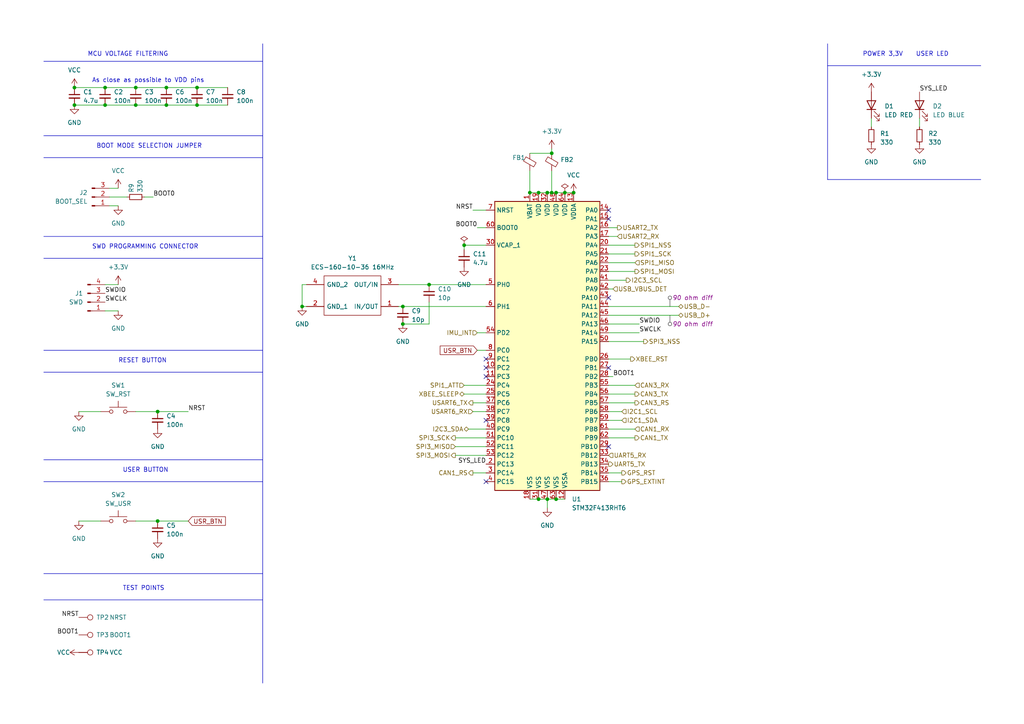
<source format=kicad_sch>
(kicad_sch (version 20230121) (generator eeschema)
  (paper "A4")
  (title_block (title "Telemetry RF module with CAN, GPS and IMU") (rev "1.0") (company "PUT Solar Dynamics") (comment 1 "Mateusz Czarnecki") (comment 2 "MCU"))
  (lib_symbols
    (symbol "Symbols_RF_module:C_Small" (pin_numbers hide) (pin_names (offset 0.254) hide)
      (property "Reference" "C" (at 0.254 1.778 0))
      (property "Value" "C_Small" (at 0.254 -2.032 0))
      (symbol "C_Small_0_1"
        (polyline (pts (xy -1.524 -0.508) (xy 1.524 -0.508)) (stroke (width 0.3302)))
        (polyline (pts (xy -1.524 0.508) (xy 1.524 0.508)) (stroke (width 0.3048)))
      )
      (symbol "C_Small_1_1"
        (pin passive line (at 0 2.54 270) (length 2.032) (name "~") (number "1"))
        (pin passive line (at 0 -2.54 90) (length 2.032) (name "~") (number "2"))
      )
    )
    (symbol "Symbols_RF_module:Conn_01x03_Male" (pin_names (offset 1.016) hide)
      (property "Reference" "J" (at 0 5.08 0))
      (property "Value" "Conn_01x03_Male" (at 0 -5.08 0))
      (symbol "Conn_01x03_Male_1_1"
        (polyline (pts (xy 1.27 -2.54) (xy 0.8636 -2.54)) (stroke (width 0.1524)))
        (polyline (pts (xy 1.27 0) (xy 0.8636 0)) (stroke (width 0.1524)))
        (polyline (pts (xy 1.27 2.54) (xy 0.8636 2.54)) (stroke (width 0.1524)))
        (rectangle (start 0.8636 -2.413) (end 0 -2.667) (stroke (width 0.1524)) (fill (type outline)))
        (rectangle (start 0.8636 0.127) (end 0 -0.127) (stroke (width 0.1524)) (fill (type outline)))
        (rectangle (start 0.8636 2.667) (end 0 2.413) (stroke (width 0.1524)) (fill (type outline)))
        (pin passive line (at 5.08 2.54 180) (length 3.81) (name "Pin_1") (number "1"))
        (pin passive line (at 5.08 0 180) (length 3.81) (name "Pin_2") (number "2"))
        (pin passive line (at 5.08 -2.54 180) (length 3.81) (name "Pin_3") (number "3"))
      )
    )
    (symbol "Symbols_RF_module:Conn_01x04_Male" (pin_names (offset 1.016) hide)
      (property "Reference" "J" (at 0 5.08 0))
      (property "Value" "Conn_01x04_Male" (at 0 -7.62 0))
      (symbol "Conn_01x04_Male_1_1"
        (polyline (pts (xy 1.27 -5.08) (xy 0.8636 -5.08)) (stroke (width 0.1524)))
        (polyline (pts (xy 1.27 -2.54) (xy 0.8636 -2.54)) (stroke (width 0.1524)))
        (polyline (pts (xy 1.27 0) (xy 0.8636 0)) (stroke (width 0.1524)))
        (polyline (pts (xy 1.27 2.54) (xy 0.8636 2.54)) (stroke (width 0.1524)))
        (rectangle (start 0.8636 -4.953) (end 0 -5.207) (stroke (width 0.1524)) (fill (type outline)))
        (rectangle (start 0.8636 -2.413) (end 0 -2.667) (stroke (width 0.1524)) (fill (type outline)))
        (rectangle (start 0.8636 0.127) (end 0 -0.127) (stroke (width 0.1524)) (fill (type outline)))
        (rectangle (start 0.8636 2.667) (end 0 2.413) (stroke (width 0.1524)) (fill (type outline)))
        (pin passive line (at 5.08 2.54 180) (length 3.81) (name "Pin_1") (number "1"))
        (pin passive line (at 5.08 0 180) (length 3.81) (name "Pin_2") (number "2"))
        (pin passive line (at 5.08 -2.54 180) (length 3.81) (name "Pin_3") (number "3"))
        (pin passive line (at 5.08 -5.08 180) (length 3.81) (name "Pin_4") (number "4"))
      )
    )
    (symbol "Symbols_RF_module:ECS-160-10-36-CKM-TR3" (pin_names (offset 0.762))
      (property "Reference" "Y1" (at 13.335 7.62 0))
      (property "Value" "ECS-160-10-36 16MHz" (at 13.335 5.08 0))
      (symbol "ECS-160-10-36-CKM-TR3_0_0"
        (pin passive line (at 26.67 -6.35 180) (length 5.08) (name "IN/OUT") (number "1"))
        (pin passive line (at 0 -6.35 0) (length 5.08) (name "GND_1") (number "2"))
        (pin passive line (at 26.67 0 180) (length 5.08) (name "OUT/IN") (number "3"))
        (pin passive line (at 0 0 0) (length 5.08) (name "GND_2") (number "4"))
      )
      (symbol "ECS-160-10-36-CKM-TR3_0_1"
        (polyline (pts (xy 5.08 2.54) (xy 21.59 2.54) (xy 21.59 -8.89) (xy 5.08 -8.89) (xy 5.08 2.54)) (stroke (width 0.1524)))
      )
    )
    (symbol "Symbols_RF_module:FerriteBead_Small" (pin_numbers hide) (pin_names (offset 0))
      (property "Reference" "FB" (at 1.905 1.27 0))
      (property "Value" "FerriteBead_Small" (at 1.905 -1.27 0))
      (symbol "FerriteBead_Small_0_1"
        (polyline (pts (xy 0 -1.27) (xy 0 -0.7874)))
        (polyline (pts (xy 0 0.889) (xy 0 1.2954)))
        (polyline (pts (xy -1.8288 0.2794) (xy -1.1176 1.4986) (xy 1.8288 -0.2032) (xy 1.1176 -1.4224) (xy -1.8288 0.2794)))
      )
      (symbol "FerriteBead_Small_1_1"
        (pin passive line (at 0 2.54 270) (length 1.27) (name "~") (number "1"))
        (pin passive line (at 0 -2.54 90) (length 1.27) (name "~") (number "2"))
      )
    )
    (symbol "Symbols_RF_module:LED" (pin_numbers hide) (pin_names (offset 1.016) hide)
      (property "Reference" "D" (at 0 2.54 0))
      (property "Value" "LED" (at 0 -2.54 0))
      (symbol "LED_0_1"
        (polyline (pts (xy -1.27 -1.27) (xy -1.27 1.27)) (stroke (width 0.254)))
        (polyline (pts (xy -1.27 0) (xy 1.27 0)))
        (polyline (pts (xy 1.27 -1.27) (xy 1.27 1.27) (xy -1.27 0) (xy 1.27 -1.27)) (stroke (width 0.254)))
        (polyline (pts (xy -3.048 -0.762) (xy -4.572 -2.286) (xy -3.81 -2.286) (xy -4.572 -2.286) (xy -4.572 -1.524)))
        (polyline (pts (xy -1.778 -0.762) (xy -3.302 -2.286) (xy -2.54 -2.286) (xy -3.302 -2.286) (xy -3.302 -1.524)))
      )
      (symbol "LED_1_1"
        (pin passive line (at -3.81 0 0) (length 2.54) (name "K") (number "1"))
        (pin passive line (at 3.81 0 180) (length 2.54) (name "A") (number "2"))
      )
    )
    (symbol "Symbols_RF_module:R_Small" (pin_numbers hide) (pin_names (offset 0.254) hide)
      (property "Reference" "R" (at 0.762 0.508 0))
      (property "Value" "R_Small" (at 0.762 -1.016 0))
      (symbol "R_Small_0_1"
        (rectangle (start -0.762 1.778) (end 0.762 -1.778) (stroke (width 0.2032)))
      )
      (symbol "R_Small_1_1"
        (pin passive line (at 0 2.54 270) (length 0.762) (name "~") (number "1"))
        (pin passive line (at 0 -2.54 90) (length 0.762) (name "~") (number "2"))
      )
    )
    (symbol "Symbols_RF_module:STM32F413RHTx"
      (property "Reference" "U1" (at 7.0994 -45.72 0))
      (property "Value" "STM32F413RHT6" (at 7.0994 -48.26 0))
      (symbol "STM32F413RHTx_0_1"
        (rectangle (start -15.24 -43.18) (end 15.24 40.64) (stroke (width 0.254)) (fill (type background)))
      )
      (symbol "STM32F413RHTx_1_1"
        (pin power_in line (at -5.08 43.18 270) (length 2.54) (name "VBAT") (number "1"))
        (pin bidirectional line (at -17.78 -7.62 0) (length 2.54) (name "PC2") (number "10"))
        (pin bidirectional line (at -17.78 -10.16 0) (length 2.54) (name "PC3") (number "11"))
        (pin power_in line (at 5.08 -45.72 90) (length 2.54) (name "VSSA") (number "12"))
        (pin power_in line (at 7.62 43.18 270) (length 2.54) (name "VDDA") (number "13"))
        (pin bidirectional line (at 17.78 38.1 180) (length 2.54) (name "PA0") (number "14"))
        (pin bidirectional line (at 17.78 35.56 180) (length 2.54) (name "PA1") (number "15"))
        (pin bidirectional line (at 17.78 33.02 180) (length 2.54) (name "PA2") (number "16"))
        (pin bidirectional line (at 17.78 30.48 180) (length 2.54) (name "PA3") (number "17"))
        (pin power_in line (at -5.08 -45.72 90) (length 2.54) (name "VSS") (number "18"))
        (pin power_in line (at -2.54 43.18 270) (length 2.54) (name "VDD") (number "19"))
        (pin bidirectional line (at -17.78 -35.56 0) (length 2.54) (name "PC13") (number "2"))
        (pin bidirectional line (at 17.78 27.94 180) (length 2.54) (name "PA4") (number "20"))
        (pin bidirectional line (at 17.78 25.4 180) (length 2.54) (name "PA5") (number "21"))
        (pin bidirectional line (at 17.78 22.86 180) (length 2.54) (name "PA6") (number "22"))
        (pin bidirectional line (at 17.78 20.32 180) (length 2.54) (name "PA7") (number "23"))
        (pin bidirectional line (at -17.78 -12.7 0) (length 2.54) (name "PC4") (number "24"))
        (pin bidirectional line (at -17.78 -15.24 0) (length 2.54) (name "PC5") (number "25"))
        (pin bidirectional line (at 17.78 -5.08 180) (length 2.54) (name "PB0") (number "26"))
        (pin bidirectional line (at 17.78 -7.62 180) (length 2.54) (name "PB1") (number "27"))
        (pin bidirectional line (at 17.78 -10.16 180) (length 2.54) (name "PB2") (number "28"))
        (pin bidirectional line (at 17.78 -30.48 180) (length 2.54) (name "PB10") (number "29"))
        (pin bidirectional line (at -17.78 -38.1 0) (length 2.54) (name "PC14") (number "3"))
        (pin passive line (at -17.78 27.94 0) (length 2.54) (name "VCAP_1") (number "30"))
        (pin power_in line (at -2.54 -45.72 90) (length 2.54) (name "VSS") (number "31"))
        (pin power_in line (at 0 43.18 270) (length 2.54) (name "VDD") (number "32"))
        (pin bidirectional line (at 17.78 -33.02 180) (length 2.54) (name "PB12") (number "33"))
        (pin bidirectional line (at 17.78 -35.56 180) (length 2.54) (name "PB13") (number "34"))
        (pin bidirectional line (at 17.78 -38.1 180) (length 2.54) (name "PB14") (number "35"))
        (pin bidirectional line (at 17.78 -40.64 180) (length 2.54) (name "PB15") (number "36"))
        (pin bidirectional line (at -17.78 -17.78 0) (length 2.54) (name "PC6") (number "37"))
        (pin bidirectional line (at -17.78 -20.32 0) (length 2.54) (name "PC7") (number "38"))
        (pin bidirectional line (at -17.78 -22.86 0) (length 2.54) (name "PC8") (number "39"))
        (pin bidirectional line (at -17.78 -40.64 0) (length 2.54) (name "PC15") (number "4"))
        (pin bidirectional line (at -17.78 -25.4 0) (length 2.54) (name "PC9") (number "40"))
        (pin bidirectional line (at 17.78 17.78 180) (length 2.54) (name "PA8") (number "41"))
        (pin bidirectional line (at 17.78 15.24 180) (length 2.54) (name "PA9") (number "42"))
        (pin bidirectional line (at 17.78 12.7 180) (length 2.54) (name "PA10") (number "43"))
        (pin bidirectional line (at 17.78 10.16 180) (length 2.54) (name "PA11") (number "44"))
        (pin bidirectional line (at 17.78 7.62 180) (length 2.54) (name "PA12") (number "45"))
        (pin bidirectional line (at 17.78 5.08 180) (length 2.54) (name "PA13") (number "46"))
        (pin power_in line (at 0 -45.72 90) (length 2.54) (name "VSS") (number "47"))
        (pin power_in line (at 2.54 43.18 270) (length 2.54) (name "VDD") (number "48"))
        (pin bidirectional line (at 17.78 2.54 180) (length 2.54) (name "PA14") (number "49"))
        (pin input line (at -17.78 16.51 0) (length 2.54) (name "PH0") (number "5"))
        (pin bidirectional line (at 17.78 0 180) (length 2.54) (name "PA15") (number "50"))
        (pin bidirectional line (at -17.78 -27.94 0) (length 2.54) (name "PC10") (number "51"))
        (pin bidirectional line (at -17.78 -30.48 0) (length 2.54) (name "PC11") (number "52"))
        (pin bidirectional line (at -17.78 -33.02 0) (length 2.54) (name "PC12") (number "53"))
        (pin bidirectional line (at -17.78 2.54 0) (length 2.54) (name "PD2") (number "54"))
        (pin bidirectional line (at 17.78 -12.7 180) (length 2.54) (name "PB3") (number "55"))
        (pin bidirectional line (at 17.78 -15.24 180) (length 2.54) (name "PB4") (number "56"))
        (pin bidirectional line (at 17.78 -17.78 180) (length 2.54) (name "PB5") (number "57"))
        (pin bidirectional line (at 17.78 -20.32 180) (length 2.54) (name "PB6") (number "58"))
        (pin bidirectional line (at 17.78 -22.86 180) (length 2.54) (name "PB7") (number "59"))
        (pin input line (at -17.78 10.16 0) (length 2.54) (name "PH1") (number "6"))
        (pin input line (at -17.78 33.02 0) (length 2.54) (name "BOOT0") (number "60"))
        (pin bidirectional line (at 17.78 -25.4 180) (length 2.54) (name "PB8") (number "61"))
        (pin bidirectional line (at 17.78 -27.94 180) (length 2.54) (name "PB9") (number "62"))
        (pin power_in line (at 2.54 -45.72 90) (length 2.54) (name "VSS") (number "63"))
        (pin power_in line (at 5.08 43.18 270) (length 2.54) (name "VDD") (number "64"))
        (pin input line (at -17.78 38.1 0) (length 2.54) (name "NRST") (number "7"))
        (pin bidirectional line (at -17.78 -2.54 0) (length 2.54) (name "PC0") (number "8"))
        (pin bidirectional line (at -17.78 -5.08 0) (length 2.54) (name "PC1") (number "9"))
      )
    )
    (symbol "Symbols_RF_module:SW_Push" (pin_numbers hide) (pin_names (offset 1.016) hide)
      (property "Reference" "SW" (at 1.27 2.54 0))
      (property "Value" "SW_Push" (at 0 -1.524 0))
      (symbol "SW_Push_0_1"
        (circle (center -2.032 0) (radius 0.508))
        (polyline (pts (xy 0 1.27) (xy 0 3.048)))
        (polyline (pts (xy 2.54 1.27) (xy -2.54 1.27)))
        (circle (center 2.032 0) (radius 0.508))
        (pin passive line (at -5.08 0 0) (length 2.54) (name "1") (number "1"))
        (pin passive line (at 5.08 0 180) (length 2.54) (name "2") (number "2"))
      )
    )
    (symbol "Symbols_RF_module:TestPoint" (pin_numbers hide) (pin_names (offset 0.762) hide)
      (property "Reference" "TP" (at 0 6.858 0))
      (property "Value" "TestPoint" (at 0 5.08 0))
      (symbol "TestPoint_0_1"
        (circle (center 0 3.302) (radius 0.762))
      )
      (symbol "TestPoint_1_1"
        (pin passive line (at 0 0 90) (length 2.54) (name "1") (number "1"))
      )
    )
    (symbol "power:+3.3V" (power) (pin_names (offset 0))
      (property "Value" "+3.3V" (at 0 3.556 0))
      (symbol "+3.3V_0_1"
        (polyline (pts (xy -0.762 1.27) (xy 0 2.54)))
        (polyline (pts (xy 0 0) (xy 0 2.54)))
        (polyline (pts (xy 0 2.54) (xy 0.762 1.27)))
      )
      (symbol "+3.3V_1_1"
        (pin power_in line (at 0 0 90) (length 0) hide (name "+3.3V") (number "1"))
      )
    )
    (symbol "power:GND" (power) (pin_names (offset 0))
      (property "Value" "GND" (at 0 -3.81 0))
      (symbol "GND_0_1"
        (polyline (pts (xy 0 0) (xy 0 -1.27) (xy 1.27 -1.27) (xy 0 -2.54) (xy -1.27 -1.27) (xy 0 -1.27)))
      )
      (symbol "GND_1_1"
        (pin power_in line (at 0 0 270) (length 0) hide (name "GND") (number "1"))
      )
    )
    (symbol "power:PWR_FLAG" (power) (pin_numbers hide) (pin_names (offset 0) hide)
      (property "Value" "PWR_FLAG" (at 0 3.81 0))
      (symbol "PWR_FLAG_0_0"
        (pin power_out line (at 0 0 90) (length 0) (name "pwr") (number "1"))
      )
      (symbol "PWR_FLAG_0_1"
        (polyline (pts (xy 0 0) (xy 0 1.27) (xy -1.016 1.905) (xy 0 2.54) (xy 1.016 1.905) (xy 0 1.27)))
      )
    )
    (symbol "power:VCC" (power) (pin_names (offset 0))
      (property "Value" "VCC" (at 0 3.81 0))
      (symbol "VCC_0_1"
        (polyline (pts (xy -0.762 1.27) (xy 0 2.54)))
        (polyline (pts (xy 0 0) (xy 0 2.54)))
        (polyline (pts (xy 0 2.54) (xy 0.762 1.27)))
      )
      (symbol "VCC_1_1"
        (pin power_in line (at 0 0 90) (length 0) hide (name "VCC") (number "1"))
      )
    )
  )
  (junction (at 116.84 88.9))
  (junction (at 45.72 119.38))
  (junction (at 21.59 30.48))
  (junction (at 87.63 88.9))
  (junction (at 160.02 55.88))
  (junction (at 57.15 25.4))
  (junction (at 57.15 30.48))
  (junction (at 161.29 144.78))
  (junction (at 134.62 71.12))
  (junction (at 158.75 55.88))
  (junction (at 163.83 55.88))
  (junction (at 30.48 30.48))
  (junction (at 48.26 25.4))
  (junction (at 124.46 82.55))
  (junction (at 156.21 144.78))
  (junction (at 39.37 30.48))
  (junction (at 45.72 151.13))
  (junction (at 116.84 93.98))
  (junction (at 156.21 55.88))
  (junction (at 166.37 55.88))
  (junction (at 48.26 30.48))
  (junction (at 160.02 44.45))
  (junction (at 158.75 144.78))
  (junction (at 30.48 25.4))
  (junction (at 39.37 25.4))
  (junction (at 21.59 25.4))
  (junction (at 161.29 55.88))
  (junction (at 153.67 55.88))
  (no_connect (at 176.53 63.5))
  (no_connect (at 140.97 139.7))
  (no_connect (at 140.97 104.14))
  (no_connect (at 176.53 86.36))
  (no_connect (at 140.97 121.92))
  (no_connect (at 140.97 106.68))
  (no_connect (at 140.97 109.22))
  (no_connect (at 176.53 60.96))
  (no_connect (at 176.53 129.54))
  (no_connect (at 176.53 106.68))
  (wire (pts (xy 39.37 119.38) (xy 45.72 119.38)))
  (wire (pts (xy 184.15 116.84) (xy 176.53 116.84)))
  (wire (pts (xy 132.08 129.54) (xy 140.97 129.54)))
  (wire (pts (xy 156.21 144.78) (xy 158.75 144.78)))
  (wire (pts (xy 48.26 30.48) (xy 57.15 30.48)))
  (wire (pts (xy 137.16 137.16) (xy 140.97 137.16)))
  (polyline (pts (xy 12.7 133.35) (xy 76.2 133.35)))
  (wire (pts (xy 115.57 82.55) (xy 124.46 82.55)))
  (polyline (pts (xy 240.03 19.05) (xy 284.48 19.05)))
  (wire (pts (xy 158.75 144.78) (xy 158.75 147.32)))
  (wire (pts (xy 180.34 121.92) (xy 176.53 121.92)))
  (wire (pts (xy 134.62 114.3) (xy 140.97 114.3)))
  (wire (pts (xy 124.46 87.63) (xy 124.46 93.98)))
  (polyline (pts (xy 12.7 107.95) (xy 76.2 107.95)))
  (wire (pts (xy 137.16 119.38) (xy 140.97 119.38)))
  (polyline (pts (xy 12.7 166.37) (xy 76.2 166.37)))
  (wire (pts (xy 134.62 72.39) (xy 134.62 71.12)))
  (polyline (pts (xy 76.2 173.99) (xy 76.2 166.37)))
  (polyline (pts (xy 284.48 52.07) (xy 240.03 52.07)))
  (polyline (pts (xy 76.2 139.7) (xy 76.2 133.35)))
  (wire (pts (xy 116.84 88.9) (xy 140.97 88.9)))
  (wire (pts (xy 153.67 55.88) (xy 156.21 55.88)))
  (wire (pts (xy 21.59 25.4) (xy 30.48 25.4)))
  (wire (pts (xy 196.85 91.44) (xy 176.53 91.44)))
  (wire (pts (xy 135.89 124.46) (xy 140.97 124.46)))
  (polyline (pts (xy 12.7 39.37) (xy 76.2 39.37)))
  (wire (pts (xy 48.26 25.4) (xy 57.15 25.4)))
  (wire (pts (xy 31.75 54.61) (xy 34.29 54.61)))
  (wire (pts (xy 57.15 25.4) (xy 66.04 25.4)))
  (wire (pts (xy 21.59 30.48) (xy 30.48 30.48)))
  (wire (pts (xy 45.72 119.38) (xy 54.61 119.38)))
  (wire (pts (xy 124.46 82.55) (xy 140.97 82.55)))
  (wire (pts (xy 158.75 55.88) (xy 160.02 55.88)))
  (wire (pts (xy 132.08 132.08) (xy 140.97 132.08)))
  (wire (pts (xy 180.34 119.38) (xy 176.53 119.38)))
  (wire (pts (xy 185.42 93.98) (xy 176.53 93.98)))
  (wire (pts (xy 186.69 99.06) (xy 176.53 99.06)))
  (wire (pts (xy 22.86 119.38) (xy 29.21 119.38)))
  (wire (pts (xy 30.48 25.4) (xy 39.37 25.4)))
  (wire (pts (xy 161.29 55.88) (xy 163.83 55.88)))
  (wire (pts (xy 176.53 88.9) (xy 196.85 88.9)))
  (wire (pts (xy 39.37 25.4) (xy 48.26 25.4)))
  (wire (pts (xy 266.7 34.29) (xy 266.7 36.83)))
  (wire (pts (xy 30.48 30.48) (xy 39.37 30.48)))
  (wire (pts (xy 184.15 78.74) (xy 176.53 78.74)))
  (wire (pts (xy 153.67 49.53) (xy 153.67 55.88)))
  (wire (pts (xy 88.9 82.55) (xy 87.63 82.55)))
  (wire (pts (xy 177.8 83.82) (xy 176.53 83.82)))
  (wire (pts (xy 115.57 88.9) (xy 116.84 88.9)))
  (wire (pts (xy 184.15 76.2) (xy 176.53 76.2)))
  (wire (pts (xy 137.16 60.96) (xy 140.97 60.96)))
  (wire (pts (xy 57.15 30.48) (xy 66.04 30.48)))
  (polyline (pts (xy 76.2 166.37) (xy 76.2 139.7)))
  (wire (pts (xy 180.34 139.7) (xy 176.53 139.7)))
  (wire (pts (xy 184.15 71.12) (xy 176.53 71.12)))
  (wire (pts (xy 160.02 43.18) (xy 160.02 44.45)))
  (wire (pts (xy 158.75 144.78) (xy 161.29 144.78)))
  (wire (pts (xy 30.48 82.55) (xy 34.29 82.55)))
  (wire (pts (xy 134.62 111.76) (xy 140.97 111.76)))
  (wire (pts (xy 41.91 57.15) (xy 44.45 57.15)))
  (wire (pts (xy 22.86 151.13) (xy 29.21 151.13)))
  (polyline (pts (xy 12.7 101.6) (xy 76.2 101.6)))
  (polyline (pts (xy 240.03 12.7) (xy 240.03 52.07)))
  (polyline (pts (xy 76.2 68.58) (xy 76.2 101.6)))
  (wire (pts (xy 124.46 93.98) (xy 116.84 93.98)))
  (polyline (pts (xy 12.7 68.58) (xy 76.2 68.58)))
  (wire (pts (xy 184.15 124.46) (xy 176.53 124.46)))
  (polyline (pts (xy 76.2 173.99) (xy 76.2 198.12)))
  (wire (pts (xy 160.02 49.53) (xy 160.02 55.88)))
  (wire (pts (xy 184.15 111.76) (xy 176.53 111.76)))
  (wire (pts (xy 45.72 151.13) (xy 54.61 151.13)))
  (wire (pts (xy 184.15 73.66) (xy 176.53 73.66)))
  (wire (pts (xy 39.37 151.13) (xy 45.72 151.13)))
  (wire (pts (xy 160.02 55.88) (xy 161.29 55.88)))
  (wire (pts (xy 252.73 34.29) (xy 252.73 36.83)))
  (polyline (pts (xy 76.2 107.95) (xy 76.2 101.6)))
  (wire (pts (xy 184.15 114.3) (xy 176.53 114.3)))
  (wire (pts (xy 138.43 101.6) (xy 140.97 101.6)))
  (wire (pts (xy 87.63 82.55) (xy 87.63 88.9)))
  (polyline (pts (xy 12.7 139.7) (xy 76.2 139.7)))
  (wire (pts (xy 138.43 66.04) (xy 140.97 66.04)))
  (wire (pts (xy 176.53 109.22) (xy 177.8 109.22)))
  (wire (pts (xy 31.75 59.69) (xy 34.29 59.69)))
  (wire (pts (xy 137.16 116.84) (xy 140.97 116.84)))
  (polyline (pts (xy 12.7 173.99) (xy 76.2 173.99)))
  (wire (pts (xy 30.48 90.17) (xy 34.29 90.17)))
  (wire (pts (xy 153.67 44.45) (xy 160.02 44.45)))
  (wire (pts (xy 185.42 96.52) (xy 176.53 96.52)))
  (wire (pts (xy 179.07 68.58) (xy 176.53 68.58)))
  (polyline (pts (xy 12.7 45.72) (xy 76.2 45.72)))
  (wire (pts (xy 39.37 30.48) (xy 48.26 30.48)))
  (wire (pts (xy 153.67 144.78) (xy 156.21 144.78)))
  (wire (pts (xy 180.34 137.16) (xy 176.53 137.16)))
  (wire (pts (xy 132.08 127) (xy 140.97 127)))
  (wire (pts (xy 181.61 81.28) (xy 176.53 81.28)))
  (polyline (pts (xy 76.2 12.7) (xy 76.2 39.37)))
  (wire (pts (xy 182.88 104.14) (xy 176.53 104.14)))
  (wire (pts (xy 138.43 96.52) (xy 140.97 96.52)))
  (wire (pts (xy 88.9 88.9) (xy 87.63 88.9)))
  (wire (pts (xy 163.83 55.88) (xy 166.37 55.88)))
  (polyline (pts (xy 76.2 133.35) (xy 76.2 107.95)))
  (polyline (pts (xy 76.2 39.37) (xy 76.2 68.58)))
  (wire (pts (xy 184.15 127) (xy 176.53 127)))
  (wire (pts (xy 31.75 57.15) (xy 36.83 57.15)))
  (wire (pts (xy 161.29 144.78) (xy 163.83 144.78)))
  (wire (pts (xy 134.62 71.12) (xy 140.97 71.12)))
  (polyline (pts (xy 12.7 74.93) (xy 76.2 74.93)))
  (wire (pts (xy 156.21 55.88) (xy 158.75 55.88)))
  (wire (pts (xy 179.07 66.04) (xy 176.53 66.04)))
  (polyline (pts (xy 12.7 17.78) (xy 76.2 17.78)))
  (text "POWER 3,3V    USER LED" (at 250.19 16.51 0) (effects (font (size 1.27 1.27)) (justify left bottom)))
  (text "MCU VOLTAGE FILTERING" (at 25.4 16.51 0) (effects (font (size 1.27 1.27)) (justify left bottom)))
  (text "As close as possible to VDD pins" (at 26.67 24.13 0) (effects (font (size 1.27 1.27)) (justify left bottom)))
  (text "TEST POINTS\n" (at 35.56 171.45 0) (effects (font (size 1.27 1.27)) (justify left bottom)))
  (text "SWD PROGRAMMING CONNECTOR" (at 26.67 72.39 0) (effects (font (size 1.27 1.27)) (justify left bottom)))
  (text "BOOT MODE SELECTION JUMPER" (at 27.94 43.18 0) (effects (font (size 1.27 1.27)) (justify left bottom)))
  (text "RESET BUTTON\n" (at 34.29 105.41 0) (effects (font (size 1.27 1.27)) (justify left bottom)))
  (text "USER BUTTON\n" (at 35.56 137.16 0) (effects (font (size 1.27 1.27)) (justify left bottom)))
  (label "SYS_LED" (at 140.97 134.62 180))
  (label "BOOT1" (at 177.8 109.22 0))
  (label "SYS_LED" (at 266.7 26.67 0))
  (label "NRST" (at 137.16 60.96 180))
  (label "BOOT0" (at 138.43 66.04 180))
  (label "SWCLK" (at 30.48 87.63 0))
  (label "SWDIO" (at 185.42 93.98 0))
  (label "SWCLK" (at 185.42 96.52 0))
  (label "BOOT0" (at 44.45 57.15 0))
  (label "NRST" (at 22.86 179.07 180))
  (label "BOOT1" (at 22.86 184.15 180))
  (label "SWDIO" (at 30.48 85.09 0))
  (label "NRST" (at 54.61 119.38 0))
  (global_label "USR_BTN" (shape input) (at 138.43 101.6 180) (property "Intersheetrefs" "${INTERSHEET_REFS}" (effects hide)))
  (global_label "USR_BTN" (shape input) (at 54.61 151.13 0) (property "Intersheetrefs" "${INTERSHEET_REFS}" (effects hide)))
  (hierarchical_label "SPI3_MISO" (shape input) (at 132.08 129.54 180))
  (hierarchical_label "USART6_RX" (shape input) (at 137.16 119.38 180))
  (hierarchical_label "I2C3_SDA" (shape bidirectional) (at 135.89 124.46 180))
  (hierarchical_label "USART2_TX" (shape output) (at 179.07 66.04 0))
  (hierarchical_label "CAN1_TX" (shape output) (at 184.15 127 0))
  (hierarchical_label "SPI3_NSS" (shape output) (at 186.69 99.06 0))
  (hierarchical_label "GPS_RST" (shape output) (at 180.34 137.16 0))
  (hierarchical_label "SPI1_MISO" (shape input) (at 184.15 76.2 0))
  (hierarchical_label "GPS_EXTINT" (shape output) (at 180.34 139.7 0))
  (hierarchical_label "XBEE_SLEEP" (shape bidirectional) (at 134.62 114.3 180))
  (hierarchical_label "SPI3_MOSI" (shape output) (at 132.08 132.08 180))
  (hierarchical_label "USB_D+" (shape bidirectional) (at 196.85 91.44 0))
  (hierarchical_label "I2C1_SCL" (shape input) (at 180.34 119.38 0))
  (hierarchical_label "CAN3_TX" (shape output) (at 184.15 114.3 0))
  (hierarchical_label "I2C1_SDA" (shape input) (at 180.34 121.92 0))
  (hierarchical_label "UART5_RX" (shape input) (at 176.53 132.08 0))
  (hierarchical_label "I2C3_SCL" (shape output) (at 181.61 81.28 0))
  (hierarchical_label "SPI1_ATT" (shape input) (at 134.62 111.76 180))
  (hierarchical_label "USART6_TX" (shape output) (at 137.16 116.84 180))
  (hierarchical_label "SPI3_SCK" (shape output) (at 132.08 127 180))
  (hierarchical_label "CAN3_RX" (shape input) (at 184.15 111.76 0))
  (hierarchical_label "CAN1_RS" (shape output) (at 137.16 137.16 180))
  (hierarchical_label "CAN1_RX" (shape input) (at 184.15 124.46 0))
  (hierarchical_label "USB_VBUS_DET" (shape input) (at 177.8 83.82 0))
  (hierarchical_label "IMU_INT" (shape input) (at 138.43 96.52 180))
  (hierarchical_label "SPI1_MOSI" (shape output) (at 184.15 78.74 0))
  (hierarchical_label "CAN3_RS" (shape output) (at 184.15 116.84 0))
  (hierarchical_label "USART2_RX" (shape input) (at 179.07 68.58 0))
  (hierarchical_label "UART5_TX" (shape output) (at 176.53 134.62 0))
  (hierarchical_label "XBEE_RST" (shape output) (at 182.88 104.14 0))
  (hierarchical_label "USB_D-" (shape bidirectional) (at 196.85 88.9 0))
  (hierarchical_label "SPI1_NSS" (shape output) (at 184.15 71.12 0))
  (hierarchical_label "SPI1_SCK" (shape output) (at 184.15 73.66 0))
  (netclass_flag "" (length 2.54) (shape round) (at 194.31 88.9 0) (property "Netclass" "90 ohm diff" (at 195.0085 86.36 0) (effects (font italic) (justify left))))
  (netclass_flag "" (length 2.54) (shape round) (at 194.31 91.44 180) (property "Netclass" "90 ohm diff" (at 195.0085 93.98 0) (effects (font italic) (justify left))))
  (symbol (lib_id "power:GND") (at 22.86 151.13 0) (unit 1)
    (property "Reference" "#PWR028" (effects hide))
    (property "Value" "GND" (at 22.86 156.21 0))
  )
  (symbol (lib_id "power:VCC") (at 21.59 25.4 0) (unit 1)
    (property "Reference" "#PWR025" (effects hide))
    (property "Value" "VCC" (at 21.59 20.32 0))
  )
  (symbol (lib_id "Symbols_RF_module:C_Small") (at 116.84 91.44 0) (unit 1)
    (property "Reference" "C9" (at 119.38 90.1762 0) (effects (justify left)))
    (property "Value" "10p" (at 119.38 92.7162 0) (effects (justify left)))
    (property "Footprint" "Capacitor_SMD:C_0603_1608Metric_Pad1.08x0.95mm_HandSolder" (effects hide))
  )
  (symbol (lib_id "power:VCC") (at 34.29 54.61 0) (unit 1)
    (property "Reference" "#PWR030" (effects hide))
    (property "Value" "VCC" (at 34.29 49.53 0))
  )
  (symbol (lib_id "power:+3.3V") (at 160.02 43.18 0) (unit 1)
    (property "Reference" "#PWR040" (effects hide))
    (property "Value" "+3.3V" (at 160.02 38.1 0))
  )
  (symbol (lib_id "power:VCC") (at 22.86 189.23 90) (unit 1)
    (property "Reference" "#PWR029" (effects hide))
    (property "Value" "VCC" (at 16.51 189.23 90) (effects (justify right)))
  )
  (symbol (lib_id "Symbols_RF_module:Conn_01x04_Male") (at 25.4 87.63 0) (mirror x) (unit 1)
    (property "Reference" "J1" (at 24.13 85.0899 0) (effects (justify right)))
    (property "Value" "SWD" (at 24.13 87.6299 0) (effects (justify right)))
    (property "Footprint" "Connector_PinHeader_2.54mm:PinHeader_1x04_P2.54mm_Vertical" (effects hide))
  )
  (symbol (lib_id "power:GND") (at 45.72 156.21 0) (unit 1)
    (property "Reference" "#PWR035" (effects hide))
    (property "Value" "GND" (at 45.72 161.29 0))
  )
  (symbol (lib_id "power:GND") (at 116.84 93.98 0) (unit 1)
    (property "Reference" "#PWR037" (effects hide))
    (property "Value" "GND" (at 116.84 99.06 0))
  )
  (symbol (lib_id "Symbols_RF_module:C_Small") (at 57.15 27.94 0) (unit 1)
    (property "Reference" "C7" (at 59.69 26.6762 0) (effects (justify left)))
    (property "Value" "100n" (at 59.69 29.2162 0) (effects (justify left)))
    (property "Footprint" "Capacitor_SMD:C_0603_1608Metric_Pad1.08x0.95mm_HandSolder" (effects hide))
  )
  (symbol (lib_id "Symbols_RF_module:C_Small") (at 48.26 27.94 0) (unit 1)
    (property "Reference" "C6" (at 50.8 26.6762 0) (effects (justify left)))
    (property "Value" "100n" (at 50.8 29.2162 0) (effects (justify left)))
    (property "Footprint" "Capacitor_SMD:C_0603_1608Metric_Pad1.08x0.95mm_HandSolder" (effects hide))
  )
  (symbol (lib_id "Symbols_RF_module:TestPoint") (at 22.86 184.15 270) (unit 1) (in_bom no)
    (property "Reference" "TP3" (at 27.94 184.15 90) (effects (justify left)))
    (property "Value" "BOOT1" (at 31.75 184.15 90) (effects (justify left)))
    (property "Footprint" "TestPoint:TestPoint_Pad_D2.0mm" (effects hide))
  )
  (symbol (lib_id "Symbols_RF_module:R_Small") (at 266.7 39.37 0) (unit 1)
    (property "Reference" "R2" (at 269.24 38.735 0) (effects (justify left)))
    (property "Value" "330" (at 269.24 41.275 0) (effects (justify left)))
    (property "Footprint" "Resistor_SMD:R_0603_1608Metric_Pad0.98x0.95mm_HandSolder" (effects hide))
  )
  (symbol (lib_id "Symbols_RF_module:R_Small") (at 39.37 57.15 90) (unit 1)
    (property "Reference" "R9" (at 38.1 55.88 0) (effects (justify left)))
    (property "Value" "330" (at 40.64 55.88 0) (effects (justify left)))
    (property "Footprint" "Resistor_SMD:R_0603_1608Metric_Pad0.98x0.95mm_HandSolder" (effects hide))
  )
  (symbol (lib_id "power:GND") (at 266.7 41.91 0) (unit 1)
    (property "Reference" "#PWR044" (effects hide))
    (property "Value" "GND" (at 266.7 46.99 0))
  )
  (symbol (lib_id "power:GND") (at 252.73 41.91 0) (unit 1)
    (property "Reference" "#PWR043" (effects hide))
    (property "Value" "GND" (at 252.73 46.99 0))
  )
  (symbol (lib_id "power:+3.3V") (at 252.73 26.67 0) (unit 1)
    (property "Reference" "#PWR042" (effects hide))
    (property "Value" "+3.3V" (at 252.73 21.59 0))
  )
  (symbol (lib_id "Symbols_RF_module:C_Small") (at 30.48 27.94 0) (unit 1)
    (property "Reference" "C2" (at 33.02 26.6762 0) (effects (justify left)))
    (property "Value" "100n" (at 33.02 29.2162 0) (effects (justify left)))
    (property "Footprint" "Capacitor_SMD:C_0603_1608Metric_Pad1.08x0.95mm_HandSolder" (effects hide))
  )
  (symbol (lib_id "Symbols_RF_module:C_Small") (at 39.37 27.94 0) (unit 1)
    (property "Reference" "C3" (at 41.91 26.6762 0) (effects (justify left)))
    (property "Value" "100n" (at 41.91 29.2162 0) (effects (justify left)))
    (property "Footprint" "Capacitor_SMD:C_0603_1608Metric_Pad1.08x0.95mm_HandSolder" (effects hide))
  )
  (symbol (lib_id "Symbols_RF_module:C_Small") (at 45.72 121.92 0) (unit 1)
    (property "Reference" "C4" (at 48.26 120.6562 0) (effects (justify left)))
    (property "Value" "100n" (at 48.26 123.1962 0) (effects (justify left)))
    (property "Footprint" "Capacitor_SMD:C_0603_1608Metric_Pad1.08x0.95mm_HandSolder" (effects hide))
  )
  (symbol (lib_id "Symbols_RF_module:LED") (at 252.73 30.48 90) (unit 1)
    (property "Reference" "D1" (at 256.54 30.7974 90) (effects (justify right)))
    (property "Value" "LED RED" (at 256.54 33.3374 90) (effects (justify right)))
    (property "Footprint" "LED_SMD:LED_0603_1608Metric_Pad1.05x0.95mm_HandSolder" (effects hide))
  )
  (symbol (lib_id "power:GND") (at 34.29 59.69 0) (unit 1)
    (property "Reference" "#PWR031" (effects hide))
    (property "Value" "GND" (at 34.29 64.77 0))
  )
  (symbol (lib_id "Symbols_RF_module:SW_Push") (at 34.29 119.38 0) (unit 1)
    (property "Reference" "SW1" (at 34.29 111.76 0))
    (property "Value" "SW_RST" (at 34.29 114.3 0))
    (property "Footprint" "Button_Switch_SMD:SW_Push_1P1T_NO_6x6mm_H9.5mm" (effects hide))
  )
  (symbol (lib_id "Symbols_RF_module:C_Small") (at 66.04 27.94 0) (unit 1)
    (property "Reference" "C8" (at 68.58 26.6762 0) (effects (justify left)))
    (property "Value" "100n" (at 68.58 29.2162 0) (effects (justify left)))
    (property "Footprint" "Capacitor_SMD:C_0603_1608Metric_Pad1.08x0.95mm_HandSolder" (effects hide))
  )
  (symbol (lib_id "Symbols_RF_module:TestPoint") (at 22.86 189.23 270) (unit 1) (in_bom no)
    (property "Reference" "TP4" (at 27.94 189.23 90) (effects (justify left)))
    (property "Value" "VCC" (at 31.75 189.23 90) (effects (justify left)))
    (property "Footprint" "TestPoint:TestPoint_Pad_D2.0mm" (effects hide))
  )
  (symbol (lib_id "Symbols_RF_module:SW_Push") (at 34.29 151.13 0) (unit 1)
    (property "Reference" "SW2" (at 34.29 143.51 0))
    (property "Value" "SW_USR" (at 34.29 146.05 0))
    (property "Footprint" "Button_Switch_SMD:SW_Push_1P1T_NO_6x6mm_H9.5mm" (effects hide))
  )
  (symbol (lib_id "power:GND") (at 134.62 77.47 0) (unit 1)
    (property "Reference" "#PWR038" (effects hide))
    (property "Value" "GND" (at 134.62 82.55 0))
  )
  (symbol (lib_id "Symbols_RF_module:STM32F413RHTx") (at 158.75 99.06 0) (unit 1)
    (property "Reference" "U1" (at 165.8494 144.78 0) (effects (justify left)))
    (property "Value" "STM32F413RHT6" (at 165.8494 147.32 0) (effects (justify left)))
    (property "Footprint" "Package_QFP:LQFP-64_10x10mm_P0.5mm" (effects hide))
    (property "Datasheet" "http://www.st.com/st-web-ui/static/active/en/resource/technical/document/datasheet/DM00282249.pdf" (effects hide))
  )
  (symbol (lib_id "Symbols_RF_module:C_Small") (at 21.59 27.94 0) (unit 1)
    (property "Reference" "C1" (at 24.13 26.6762 0) (effects (justify left)))
    (property "Value" "4.7u" (at 24.13 29.2162 0) (effects (justify left)))
    (property "Footprint" "Capacitor_SMD:C_0603_1608Metric_Pad1.08x0.95mm_HandSolder" (effects hide))
  )
  (symbol (lib_id "Symbols_RF_module:TestPoint") (at 22.86 179.07 270) (unit 1) (in_bom no)
    (property "Reference" "TP2" (at 27.94 179.07 90) (effects (justify left)))
    (property "Value" "NRST" (at 31.75 179.07 90) (effects (justify left)))
    (property "Footprint" "TestPoint:TestPoint_Pad_D2.0mm" (effects hide))
  )
  (symbol (lib_id "power:GND") (at 158.75 147.32 0) (unit 1)
    (property "Reference" "#PWR039" (effects hide))
    (property "Value" "GND" (at 158.75 152.4 0))
  )
  (symbol (lib_id "Symbols_RF_module:LED") (at 266.7 30.48 90) (unit 1)
    (property "Reference" "D2" (at 270.51 30.7974 90) (effects (justify right)))
    (property "Value" "LED BLUE" (at 270.51 33.3374 90) (effects (justify right)))
    (property "Footprint" "LED_SMD:LED_0603_1608Metric_Pad1.05x0.95mm_HandSolder" (effects hide))
  )
  (symbol (lib_id "Symbols_RF_module:C_Small") (at 124.46 85.09 0) (unit 1)
    (property "Reference" "C10" (at 127 83.8262 0) (effects (justify left)))
    (property "Value" "10p" (at 127 86.3662 0) (effects (justify left)))
    (property "Footprint" "Capacitor_SMD:C_0603_1608Metric_Pad1.08x0.95mm_HandSolder" (effects hide))
  )
  (symbol (lib_id "power:+3.3V") (at 34.29 82.55 0) (unit 1)
    (property "Reference" "#PWR032" (effects hide))
    (property "Value" "+3.3V" (at 34.29 77.47 0))
  )
  (symbol (lib_id "Symbols_RF_module:Conn_01x03_Male") (at 26.67 57.15 0) (mirror x) (unit 1)
    (property "Reference" "J2" (at 25.4 55.8799 0) (effects (justify right)))
    (property "Value" "BOOT_SEL" (at 25.4 58.4199 0) (effects (justify right)))
    (property "Footprint" "Connector_PinHeader_2.54mm:PinHeader_1x03_P2.54mm_Vertical" (effects hide))
  )
  (symbol (lib_id "Symbols_RF_module:R_Small") (at 252.73 39.37 0) (unit 1)
    (property "Reference" "R1" (at 255.27 38.735 0) (effects (justify left)))
    (property "Value" "330" (at 255.27 41.275 0) (effects (justify left)))
    (property "Footprint" "Resistor_SMD:R_0603_1608Metric_Pad0.98x0.95mm_HandSolder" (effects hide))
  )
  (symbol (lib_id "Symbols_RF_module:ECS-160-10-36-CKM-TR3") (at 88.9 82.55 0) (unit 1)
    (property "Reference" "Y1" (at 102.235 74.93 0))
    (property "Value" "ECS-160-10-36 16MHz" (at 102.235 77.47 0))
    (property "Footprint" "SamacSys_Parts:ECS1601036CKMTR3" (effects hide))
    (property "Description" "Crystals 16MHz,CL 10,TOL +/-10 ppm,STAB +/-10 ppm,-20 +70 C,ESR 80O" (effects hide))
    (property "Height" "0.6" (effects hide))
    (property "Mouser Part Number" "520-160-10-36CKM-TR3" (effects hide))
    (property "Mouser Price/Stock" "https://www.mouser.co.uk/ProductDetail/ECS/ECS-160-10-36-CKM-TR3?qs=e8oIoAS2J1T9m0zrsCT4DQ%3D%3D" (effects hide))
    (property "Manufacturer_Name" "ECS" (effects hide))
    (property "Manufacturer_Part_Number" "ECS-160-10-36-CKM-TR3" (effects hide))
  )
  (symbol (lib_id "power:PWR_FLAG") (at 163.83 55.88 0) (unit 1)
    (property "Reference" "#FLG03" (effects hide))
    (property "Value" "PWR_FLAG" (effects hide))
    (instances (project "RF_module" (path "" (reference "#FLG03") (unit 1)) (path "" (reference "#FLG011") (unit 1))))
  )
  (symbol (lib_id "power:VCC") (at 166.37 55.88 0) (unit 1)
    (property "Reference" "#PWR041" (effects hide))
    (property "Value" "VCC" (at 166.37 50.8 0))
  )
  (symbol (lib_id "Symbols_RF_module:C_Small") (at 45.72 153.67 0) (unit 1)
    (property "Reference" "C5" (at 48.26 152.4062 0) (effects (justify left)))
    (property "Value" "100n" (at 48.26 154.9462 0) (effects (justify left)))
    (property "Footprint" "Capacitor_SMD:C_0603_1608Metric_Pad1.08x0.95mm_HandSolder" (effects hide))
  )
  (symbol (lib_id "power:GND") (at 22.86 119.38 0) (unit 1)
    (property "Reference" "#PWR027" (effects hide))
    (property "Value" "GND" (at 22.86 124.46 0))
  )
  (symbol (lib_id "power:GND") (at 34.29 90.17 0) (unit 1)
    (property "Reference" "#PWR033" (effects hide))
    (property "Value" "GND" (at 34.29 95.25 0))
  )
  (symbol (lib_id "power:PWR_FLAG") (at 134.62 71.12 0) (unit 1)
    (property "Reference" "#FLG03" (effects hide))
    (property "Value" "PWR_FLAG" (effects hide))
    (instances (project "RF_module" (path "" (reference "#FLG03") (unit 1)) (path "" (reference "#FLG010") (unit 1))))
  )
  (symbol (lib_id "Symbols_RF_module:FerriteBead_Small") (at 153.67 46.99 0) (unit 1)
    (property "Reference" "FB1" (at 148.59 45.72 0) (effects (justify left)))
    (property "Value" "FerriteBead_Small" (effects hide))
    (property "Footprint" "Inductor_SMD:L_0603_1608Metric_Pad1.05x0.95mm_HandSolder" (effects hide))
  )
  (symbol (lib_id "power:GND") (at 87.63 88.9 0) (unit 1)
    (property "Reference" "#PWR036" (effects hide))
    (property "Value" "GND" (at 87.63 93.98 0))
  )
  (symbol (lib_id "power:GND") (at 45.72 124.46 0) (unit 1)
    (property "Reference" "#PWR034" (effects hide))
    (property "Value" "GND" (at 45.72 129.54 0))
  )
  (symbol (lib_id "Symbols_RF_module:FerriteBead_Small") (at 160.02 46.99 0) (unit 1)
    (property "Reference" "FB2" (at 162.56 46.3169 0) (effects (justify left)))
    (property "Value" "FerriteBead_Small" (effects hide))
    (property "Footprint" "Inductor_SMD:L_0603_1608Metric_Pad1.05x0.95mm_HandSolder" (effects hide))
  )
  (symbol (lib_id "Symbols_RF_module:C_Small") (at 134.62 74.93 0) (unit 1)
    (property "Reference" "C11" (at 137.16 73.6662 0) (effects (justify left)))
    (property "Value" "4.7u" (at 137.16 76.2062 0) (effects (justify left)))
    (property "Footprint" "Capacitor_SMD:C_0603_1608Metric_Pad1.08x0.95mm_HandSolder" (effects hide))
  )
  (symbol (lib_id "power:GND") (at 21.59 30.48 0) (unit 1)
    (property "Reference" "#PWR026" (effects hide))
    (property "Value" "GND" (at 21.59 35.56 0))
  )
)
</source>
